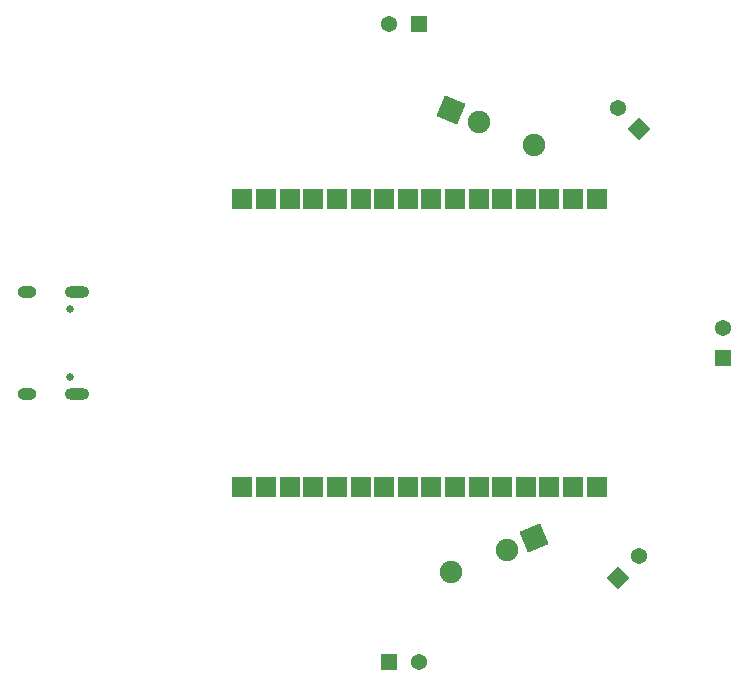
<source format=gbr>
G04 DipTrace 4.2.0.1*
G04 BottomMask.gbr*
%MOIN*%
G04 #@! TF.FileFunction,Soldermask,Bot*
G04 #@! TF.Part,Single*
%AMOUTLINE7*
4,1,4,
0.038139,0.0,
0.0,-0.038139,
-0.038139,0.0,
0.0,0.038139,
0.038139,0.0,
0*%
%AMOUTLINE10*
4,1,4,
0.0,-0.038139,
-0.038139,0.0,
0.0,0.038139,
0.038139,0.0,
0.0,-0.038139,
0*%
%AMOUTLINE13*
4,1,4,
-0.020242,0.048867,
0.048867,0.020242,
0.020242,-0.048867,
-0.048867,-0.020242,
-0.020242,0.048867,
0*%
%AMOUTLINE16*
4,1,4,
0.048868,-0.020241,
-0.020241,-0.048868,
-0.048868,0.020241,
0.020241,0.048868,
0.048868,-0.020241,
0*%
%ADD36C,0.025591*%
%ADD47C,0.074803*%
%ADD49R,0.066929X0.066929*%
%ADD57O,0.062992X0.03937*%
%ADD59O,0.082677X0.03937*%
%ADD67R,0.053937X0.053937*%
%ADD69C,0.053937*%
%ADD82OUTLINE7*%
%ADD85OUTLINE10*%
%ADD88OUTLINE13*%
%ADD91OUTLINE16*%
%FSLAX26Y26*%
G04*
G70*
G90*
G75*
G01*
G04 BotMask*
%LPD*%
D69*
X1704959Y2806694D3*
D67*
X1804959D3*
D69*
X2467635Y2527089D3*
D82*
X2538346Y2456379D3*
D69*
X2817951Y1793702D3*
D67*
Y1693702D3*
D69*
X2538347Y1031026D3*
D85*
X2467636Y960316D3*
D69*
X1804959Y680710D3*
D67*
X1704959D3*
D59*
X663080Y1913781D3*
Y1573623D3*
D57*
X498513Y1913781D3*
Y1573623D3*
D36*
X642214Y1857482D3*
Y1629923D3*
D49*
X1215589Y1263387D3*
X1294329D3*
X1373070D3*
X1451810D3*
X1530550D3*
X1609290D3*
X1688030D3*
X1766770D3*
X1845510D3*
X1924251D3*
X2002991D3*
X2081731D3*
X2160471D3*
X2239211D3*
X2317951D3*
X2396692D3*
Y2224017D3*
X2317951D3*
X2239211D3*
X2160471D3*
X2081731D3*
X2002991D3*
X1924251D3*
X1845510D3*
X1766770D3*
X1688030D3*
X1609290D3*
X1530550D3*
X1451810D3*
X1373070D3*
X1294329D3*
X1215589D3*
D88*
X1911652Y2517638D3*
D47*
X2004041Y2479371D3*
X2188818Y2402837D3*
D91*
X2188811Y1092443D3*
D47*
X2096424Y1054174D3*
X1911648Y977636D3*
M02*

</source>
